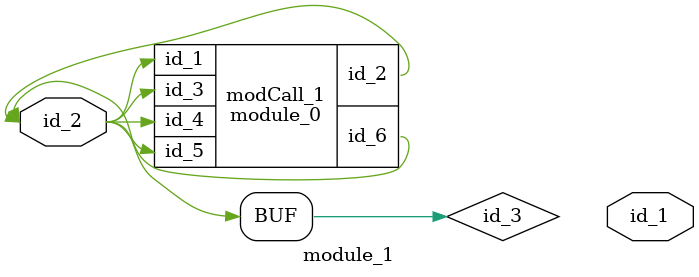
<source format=v>
module module_0 (
    id_1,
    id_2,
    id_3,
    id_4,
    id_5,
    id_6
);
  inout wire id_6;
  input wire id_5;
  input wire id_4;
  input wire id_3;
  inout wire id_2;
  input wire id_1;
  wire id_7;
  wire id_8;
  wire id_9;
  wire id_10;
  task id_11;
    id_10 = id_3;
  endtask
  assign id_2 = 1;
  wire id_12;
  wire id_13;
endmodule
module module_1 (
    id_1,
    id_2
);
  inout wire id_2;
  output wire id_1;
  wire id_3;
  assign id_2[1 : 1'h0] = id_3;
  module_0 modCall_1 (
      id_3,
      id_3,
      id_3,
      id_3,
      id_3,
      id_3
  );
endmodule

</source>
